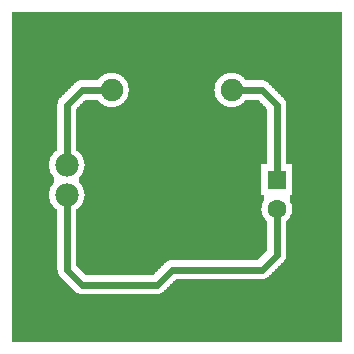
<source format=gbl>
G04 MADE WITH FRITZING*
G04 WWW.FRITZING.ORG*
G04 DOUBLE SIDED*
G04 HOLES PLATED*
G04 CONTOUR ON CENTER OF CONTOUR VECTOR*
%ASAXBY*%
%FSLAX23Y23*%
%MOIN*%
%OFA0B0*%
%SFA1.0B1.0*%
%ADD10C,0.075000*%
%ADD11C,0.062992*%
%ADD12C,0.078000*%
%ADD13R,0.062992X0.062992*%
%ADD14C,0.024000*%
%LNCOPPER0*%
G90*
G70*
G54D10*
X122Y1060D03*
G54D11*
X922Y582D03*
X922Y484D03*
G54D10*
X372Y881D03*
X772Y881D03*
G54D12*
X222Y631D03*
X222Y531D03*
G54D13*
X922Y582D03*
G54D14*
X223Y832D02*
X222Y661D01*
D02*
X273Y881D02*
X223Y832D01*
D02*
X344Y881D02*
X273Y881D01*
D02*
X223Y282D02*
X222Y501D01*
D02*
X273Y232D02*
X223Y282D01*
D02*
X523Y232D02*
X273Y232D01*
D02*
X572Y282D02*
X523Y232D01*
D02*
X922Y332D02*
X872Y282D01*
D02*
X872Y282D02*
X572Y282D01*
D02*
X922Y457D02*
X922Y332D01*
D02*
X872Y881D02*
X801Y881D01*
D02*
X922Y832D02*
X872Y881D01*
D02*
X922Y609D02*
X922Y832D01*
G36*
X40Y1141D02*
X40Y939D01*
X778Y939D01*
X778Y937D01*
X788Y937D01*
X788Y935D01*
X794Y935D01*
X794Y933D01*
X798Y933D01*
X798Y931D01*
X802Y931D01*
X802Y929D01*
X804Y929D01*
X804Y927D01*
X808Y927D01*
X808Y925D01*
X810Y925D01*
X810Y923D01*
X812Y923D01*
X812Y921D01*
X814Y921D01*
X814Y919D01*
X816Y919D01*
X816Y917D01*
X818Y917D01*
X818Y915D01*
X820Y915D01*
X820Y913D01*
X880Y913D01*
X880Y911D01*
X886Y911D01*
X886Y909D01*
X890Y909D01*
X890Y907D01*
X892Y907D01*
X892Y905D01*
X894Y905D01*
X894Y903D01*
X896Y903D01*
X896Y901D01*
X898Y901D01*
X898Y899D01*
X900Y899D01*
X900Y897D01*
X902Y897D01*
X902Y895D01*
X904Y895D01*
X904Y893D01*
X906Y893D01*
X906Y891D01*
X908Y891D01*
X908Y889D01*
X910Y889D01*
X910Y887D01*
X912Y887D01*
X912Y885D01*
X914Y885D01*
X914Y883D01*
X916Y883D01*
X916Y881D01*
X918Y881D01*
X918Y879D01*
X920Y879D01*
X920Y877D01*
X922Y877D01*
X922Y875D01*
X924Y875D01*
X924Y873D01*
X926Y873D01*
X926Y871D01*
X928Y871D01*
X928Y869D01*
X930Y869D01*
X930Y867D01*
X932Y867D01*
X932Y865D01*
X934Y865D01*
X934Y863D01*
X936Y863D01*
X936Y861D01*
X938Y861D01*
X938Y859D01*
X940Y859D01*
X940Y857D01*
X942Y857D01*
X942Y855D01*
X944Y855D01*
X944Y853D01*
X946Y853D01*
X946Y851D01*
X948Y851D01*
X948Y849D01*
X950Y849D01*
X950Y845D01*
X952Y845D01*
X952Y839D01*
X954Y839D01*
X954Y633D01*
X974Y633D01*
X974Y531D01*
X966Y531D01*
X966Y509D01*
X968Y509D01*
X968Y505D01*
X970Y505D01*
X970Y501D01*
X972Y501D01*
X972Y491D01*
X974Y491D01*
X974Y477D01*
X972Y477D01*
X972Y467D01*
X970Y467D01*
X970Y463D01*
X968Y463D01*
X968Y459D01*
X966Y459D01*
X966Y455D01*
X964Y455D01*
X964Y453D01*
X962Y453D01*
X962Y451D01*
X960Y451D01*
X960Y447D01*
X956Y447D01*
X956Y445D01*
X954Y445D01*
X954Y325D01*
X952Y325D01*
X952Y319D01*
X950Y319D01*
X950Y315D01*
X948Y315D01*
X948Y313D01*
X946Y313D01*
X946Y309D01*
X944Y309D01*
X944Y307D01*
X942Y307D01*
X942Y305D01*
X940Y305D01*
X940Y303D01*
X938Y303D01*
X938Y301D01*
X936Y301D01*
X936Y299D01*
X934Y299D01*
X934Y297D01*
X932Y297D01*
X932Y295D01*
X930Y295D01*
X930Y293D01*
X928Y293D01*
X928Y291D01*
X926Y291D01*
X926Y289D01*
X924Y289D01*
X924Y287D01*
X922Y287D01*
X922Y285D01*
X920Y285D01*
X920Y283D01*
X918Y283D01*
X918Y281D01*
X916Y281D01*
X916Y279D01*
X914Y279D01*
X914Y277D01*
X912Y277D01*
X912Y275D01*
X910Y275D01*
X910Y273D01*
X908Y273D01*
X908Y271D01*
X906Y271D01*
X906Y269D01*
X904Y269D01*
X904Y267D01*
X902Y267D01*
X902Y265D01*
X900Y265D01*
X900Y263D01*
X898Y263D01*
X898Y261D01*
X896Y261D01*
X896Y259D01*
X892Y259D01*
X892Y257D01*
X890Y257D01*
X890Y255D01*
X888Y255D01*
X888Y253D01*
X882Y253D01*
X882Y251D01*
X586Y251D01*
X586Y249D01*
X584Y249D01*
X584Y247D01*
X582Y247D01*
X582Y245D01*
X580Y245D01*
X580Y243D01*
X578Y243D01*
X578Y241D01*
X576Y241D01*
X576Y239D01*
X574Y239D01*
X574Y237D01*
X572Y237D01*
X572Y235D01*
X570Y235D01*
X570Y233D01*
X568Y233D01*
X568Y231D01*
X566Y231D01*
X566Y229D01*
X564Y229D01*
X564Y227D01*
X562Y227D01*
X562Y225D01*
X560Y225D01*
X560Y223D01*
X558Y223D01*
X558Y221D01*
X556Y221D01*
X556Y219D01*
X554Y219D01*
X554Y217D01*
X552Y217D01*
X552Y215D01*
X550Y215D01*
X550Y213D01*
X548Y213D01*
X548Y211D01*
X546Y211D01*
X546Y209D01*
X544Y209D01*
X544Y207D01*
X540Y207D01*
X540Y205D01*
X538Y205D01*
X538Y203D01*
X532Y203D01*
X532Y201D01*
X1140Y201D01*
X1140Y1141D01*
X40Y1141D01*
G37*
D02*
G36*
X40Y939D02*
X40Y201D01*
X262Y201D01*
X262Y203D01*
X258Y203D01*
X258Y205D01*
X254Y205D01*
X254Y207D01*
X252Y207D01*
X252Y209D01*
X250Y209D01*
X250Y211D01*
X248Y211D01*
X248Y213D01*
X246Y213D01*
X246Y215D01*
X244Y215D01*
X244Y217D01*
X242Y217D01*
X242Y219D01*
X240Y219D01*
X240Y221D01*
X238Y221D01*
X238Y223D01*
X236Y223D01*
X236Y225D01*
X234Y225D01*
X234Y227D01*
X232Y227D01*
X232Y229D01*
X230Y229D01*
X230Y231D01*
X228Y231D01*
X228Y233D01*
X226Y233D01*
X226Y235D01*
X224Y235D01*
X224Y237D01*
X222Y237D01*
X222Y239D01*
X220Y239D01*
X220Y241D01*
X218Y241D01*
X218Y243D01*
X216Y243D01*
X216Y245D01*
X214Y245D01*
X214Y247D01*
X212Y247D01*
X212Y249D01*
X210Y249D01*
X210Y251D01*
X208Y251D01*
X208Y253D01*
X206Y253D01*
X206Y255D01*
X204Y255D01*
X204Y257D01*
X202Y257D01*
X202Y259D01*
X200Y259D01*
X200Y261D01*
X198Y261D01*
X198Y263D01*
X196Y263D01*
X196Y267D01*
X194Y267D01*
X194Y271D01*
X192Y271D01*
X192Y281D01*
X190Y281D01*
X190Y483D01*
X188Y483D01*
X188Y485D01*
X184Y485D01*
X184Y487D01*
X182Y487D01*
X182Y489D01*
X180Y489D01*
X180Y491D01*
X178Y491D01*
X178Y493D01*
X176Y493D01*
X176Y497D01*
X174Y497D01*
X174Y499D01*
X172Y499D01*
X172Y501D01*
X170Y501D01*
X170Y505D01*
X168Y505D01*
X168Y511D01*
X166Y511D01*
X166Y517D01*
X164Y517D01*
X164Y545D01*
X166Y545D01*
X166Y551D01*
X168Y551D01*
X168Y557D01*
X170Y557D01*
X170Y561D01*
X172Y561D01*
X172Y563D01*
X174Y563D01*
X174Y565D01*
X176Y565D01*
X176Y569D01*
X178Y569D01*
X178Y571D01*
X180Y571D01*
X180Y591D01*
X178Y591D01*
X178Y593D01*
X176Y593D01*
X176Y597D01*
X174Y597D01*
X174Y599D01*
X172Y599D01*
X172Y601D01*
X170Y601D01*
X170Y605D01*
X168Y605D01*
X168Y611D01*
X166Y611D01*
X166Y617D01*
X164Y617D01*
X164Y645D01*
X166Y645D01*
X166Y651D01*
X168Y651D01*
X168Y657D01*
X170Y657D01*
X170Y661D01*
X172Y661D01*
X172Y663D01*
X174Y663D01*
X174Y665D01*
X176Y665D01*
X176Y669D01*
X178Y669D01*
X178Y671D01*
X180Y671D01*
X180Y673D01*
X182Y673D01*
X182Y675D01*
X184Y675D01*
X184Y677D01*
X188Y677D01*
X188Y679D01*
X190Y679D01*
X190Y833D01*
X192Y833D01*
X192Y843D01*
X194Y843D01*
X194Y847D01*
X196Y847D01*
X196Y851D01*
X198Y851D01*
X198Y853D01*
X200Y853D01*
X200Y855D01*
X202Y855D01*
X202Y857D01*
X204Y857D01*
X204Y859D01*
X206Y859D01*
X206Y861D01*
X208Y861D01*
X208Y863D01*
X210Y863D01*
X210Y865D01*
X212Y865D01*
X212Y867D01*
X214Y867D01*
X214Y869D01*
X216Y869D01*
X216Y871D01*
X218Y871D01*
X218Y873D01*
X220Y873D01*
X220Y875D01*
X222Y875D01*
X222Y877D01*
X224Y877D01*
X224Y879D01*
X226Y879D01*
X226Y881D01*
X228Y881D01*
X228Y883D01*
X230Y883D01*
X230Y885D01*
X232Y885D01*
X232Y887D01*
X234Y887D01*
X234Y889D01*
X236Y889D01*
X236Y891D01*
X238Y891D01*
X238Y893D01*
X240Y893D01*
X240Y895D01*
X242Y895D01*
X242Y897D01*
X244Y897D01*
X244Y899D01*
X246Y899D01*
X246Y901D01*
X248Y901D01*
X248Y903D01*
X250Y903D01*
X250Y905D01*
X252Y905D01*
X252Y907D01*
X256Y907D01*
X256Y909D01*
X258Y909D01*
X258Y911D01*
X264Y911D01*
X264Y913D01*
X326Y913D01*
X326Y915D01*
X328Y915D01*
X328Y919D01*
X330Y919D01*
X330Y921D01*
X332Y921D01*
X332Y923D01*
X334Y923D01*
X334Y925D01*
X336Y925D01*
X336Y927D01*
X340Y927D01*
X340Y929D01*
X342Y929D01*
X342Y931D01*
X346Y931D01*
X346Y933D01*
X350Y933D01*
X350Y935D01*
X356Y935D01*
X356Y937D01*
X366Y937D01*
X366Y939D01*
X40Y939D01*
G37*
D02*
G36*
X378Y939D02*
X378Y937D01*
X388Y937D01*
X388Y935D01*
X394Y935D01*
X394Y933D01*
X398Y933D01*
X398Y931D01*
X402Y931D01*
X402Y929D01*
X404Y929D01*
X404Y927D01*
X408Y927D01*
X408Y925D01*
X410Y925D01*
X410Y923D01*
X412Y923D01*
X412Y921D01*
X414Y921D01*
X414Y919D01*
X416Y919D01*
X416Y917D01*
X418Y917D01*
X418Y915D01*
X420Y915D01*
X420Y911D01*
X422Y911D01*
X422Y907D01*
X424Y907D01*
X424Y903D01*
X426Y903D01*
X426Y899D01*
X428Y899D01*
X428Y889D01*
X430Y889D01*
X430Y873D01*
X428Y873D01*
X428Y863D01*
X426Y863D01*
X426Y859D01*
X424Y859D01*
X424Y855D01*
X422Y855D01*
X422Y851D01*
X420Y851D01*
X420Y847D01*
X418Y847D01*
X418Y845D01*
X416Y845D01*
X416Y843D01*
X414Y843D01*
X414Y841D01*
X412Y841D01*
X412Y839D01*
X410Y839D01*
X410Y837D01*
X408Y837D01*
X408Y835D01*
X404Y835D01*
X404Y833D01*
X402Y833D01*
X402Y831D01*
X398Y831D01*
X398Y829D01*
X394Y829D01*
X394Y827D01*
X388Y827D01*
X388Y825D01*
X378Y825D01*
X378Y823D01*
X766Y823D01*
X766Y825D01*
X756Y825D01*
X756Y827D01*
X750Y827D01*
X750Y829D01*
X746Y829D01*
X746Y831D01*
X742Y831D01*
X742Y833D01*
X740Y833D01*
X740Y835D01*
X736Y835D01*
X736Y837D01*
X734Y837D01*
X734Y839D01*
X732Y839D01*
X732Y841D01*
X730Y841D01*
X730Y843D01*
X728Y843D01*
X728Y847D01*
X726Y847D01*
X726Y849D01*
X724Y849D01*
X724Y851D01*
X722Y851D01*
X722Y855D01*
X720Y855D01*
X720Y859D01*
X718Y859D01*
X718Y865D01*
X716Y865D01*
X716Y877D01*
X714Y877D01*
X714Y885D01*
X716Y885D01*
X716Y897D01*
X718Y897D01*
X718Y903D01*
X720Y903D01*
X720Y907D01*
X722Y907D01*
X722Y911D01*
X724Y911D01*
X724Y913D01*
X726Y913D01*
X726Y915D01*
X728Y915D01*
X728Y919D01*
X730Y919D01*
X730Y921D01*
X732Y921D01*
X732Y923D01*
X734Y923D01*
X734Y925D01*
X736Y925D01*
X736Y927D01*
X740Y927D01*
X740Y929D01*
X742Y929D01*
X742Y931D01*
X746Y931D01*
X746Y933D01*
X750Y933D01*
X750Y935D01*
X756Y935D01*
X756Y937D01*
X766Y937D01*
X766Y939D01*
X378Y939D01*
G37*
D02*
G36*
X284Y849D02*
X284Y847D01*
X282Y847D01*
X282Y845D01*
X280Y845D01*
X280Y843D01*
X278Y843D01*
X278Y841D01*
X276Y841D01*
X276Y839D01*
X274Y839D01*
X274Y837D01*
X272Y837D01*
X272Y835D01*
X270Y835D01*
X270Y833D01*
X268Y833D01*
X268Y831D01*
X266Y831D01*
X266Y829D01*
X264Y829D01*
X264Y827D01*
X262Y827D01*
X262Y825D01*
X260Y825D01*
X260Y823D01*
X366Y823D01*
X366Y825D01*
X356Y825D01*
X356Y827D01*
X350Y827D01*
X350Y829D01*
X346Y829D01*
X346Y831D01*
X342Y831D01*
X342Y833D01*
X340Y833D01*
X340Y835D01*
X336Y835D01*
X336Y837D01*
X334Y837D01*
X334Y839D01*
X332Y839D01*
X332Y841D01*
X330Y841D01*
X330Y843D01*
X328Y843D01*
X328Y847D01*
X326Y847D01*
X326Y849D01*
X284Y849D01*
G37*
D02*
G36*
X820Y849D02*
X820Y847D01*
X818Y847D01*
X818Y845D01*
X816Y845D01*
X816Y843D01*
X814Y843D01*
X814Y841D01*
X812Y841D01*
X812Y839D01*
X810Y839D01*
X810Y837D01*
X808Y837D01*
X808Y835D01*
X804Y835D01*
X804Y833D01*
X802Y833D01*
X802Y831D01*
X798Y831D01*
X798Y829D01*
X794Y829D01*
X794Y827D01*
X788Y827D01*
X788Y825D01*
X778Y825D01*
X778Y823D01*
X884Y823D01*
X884Y825D01*
X882Y825D01*
X882Y827D01*
X880Y827D01*
X880Y829D01*
X878Y829D01*
X878Y831D01*
X876Y831D01*
X876Y833D01*
X874Y833D01*
X874Y835D01*
X872Y835D01*
X872Y837D01*
X870Y837D01*
X870Y839D01*
X868Y839D01*
X868Y841D01*
X866Y841D01*
X866Y843D01*
X864Y843D01*
X864Y845D01*
X862Y845D01*
X862Y847D01*
X860Y847D01*
X860Y849D01*
X820Y849D01*
G37*
D02*
G36*
X258Y823D02*
X258Y821D01*
X886Y821D01*
X886Y823D01*
X258Y823D01*
G37*
D02*
G36*
X258Y823D02*
X258Y821D01*
X886Y821D01*
X886Y823D01*
X258Y823D01*
G37*
D02*
G36*
X258Y823D02*
X258Y821D01*
X886Y821D01*
X886Y823D01*
X258Y823D01*
G37*
D02*
G36*
X256Y821D02*
X256Y819D01*
X254Y819D01*
X254Y679D01*
X258Y679D01*
X258Y677D01*
X260Y677D01*
X260Y675D01*
X262Y675D01*
X262Y673D01*
X264Y673D01*
X264Y671D01*
X266Y671D01*
X266Y669D01*
X268Y669D01*
X268Y667D01*
X270Y667D01*
X270Y663D01*
X272Y663D01*
X272Y661D01*
X274Y661D01*
X274Y657D01*
X276Y657D01*
X276Y653D01*
X278Y653D01*
X278Y647D01*
X280Y647D01*
X280Y635D01*
X282Y635D01*
X282Y627D01*
X280Y627D01*
X280Y615D01*
X278Y615D01*
X278Y609D01*
X276Y609D01*
X276Y605D01*
X274Y605D01*
X274Y601D01*
X272Y601D01*
X272Y599D01*
X270Y599D01*
X270Y595D01*
X268Y595D01*
X268Y593D01*
X266Y593D01*
X266Y591D01*
X264Y591D01*
X264Y571D01*
X266Y571D01*
X266Y569D01*
X268Y569D01*
X268Y567D01*
X270Y567D01*
X270Y563D01*
X272Y563D01*
X272Y561D01*
X274Y561D01*
X274Y557D01*
X276Y557D01*
X276Y553D01*
X278Y553D01*
X278Y547D01*
X280Y547D01*
X280Y535D01*
X282Y535D01*
X282Y527D01*
X280Y527D01*
X280Y515D01*
X278Y515D01*
X278Y509D01*
X276Y509D01*
X276Y505D01*
X274Y505D01*
X274Y501D01*
X272Y501D01*
X272Y499D01*
X270Y499D01*
X270Y495D01*
X268Y495D01*
X268Y493D01*
X266Y493D01*
X266Y491D01*
X264Y491D01*
X264Y489D01*
X262Y489D01*
X262Y487D01*
X260Y487D01*
X260Y485D01*
X258Y485D01*
X258Y483D01*
X254Y483D01*
X254Y295D01*
X256Y295D01*
X256Y293D01*
X258Y293D01*
X258Y291D01*
X260Y291D01*
X260Y289D01*
X262Y289D01*
X262Y287D01*
X264Y287D01*
X264Y285D01*
X266Y285D01*
X266Y283D01*
X268Y283D01*
X268Y281D01*
X270Y281D01*
X270Y279D01*
X272Y279D01*
X272Y277D01*
X274Y277D01*
X274Y275D01*
X276Y275D01*
X276Y273D01*
X278Y273D01*
X278Y271D01*
X280Y271D01*
X280Y269D01*
X282Y269D01*
X282Y267D01*
X284Y267D01*
X284Y265D01*
X512Y265D01*
X512Y267D01*
X514Y267D01*
X514Y269D01*
X516Y269D01*
X516Y271D01*
X518Y271D01*
X518Y273D01*
X520Y273D01*
X520Y275D01*
X522Y275D01*
X522Y277D01*
X524Y277D01*
X524Y279D01*
X526Y279D01*
X526Y281D01*
X528Y281D01*
X528Y283D01*
X530Y283D01*
X530Y285D01*
X532Y285D01*
X532Y287D01*
X534Y287D01*
X534Y289D01*
X536Y289D01*
X536Y291D01*
X538Y291D01*
X538Y293D01*
X540Y293D01*
X540Y295D01*
X542Y295D01*
X542Y297D01*
X544Y297D01*
X544Y299D01*
X546Y299D01*
X546Y301D01*
X548Y301D01*
X548Y303D01*
X550Y303D01*
X550Y305D01*
X552Y305D01*
X552Y307D01*
X554Y307D01*
X554Y309D01*
X558Y309D01*
X558Y311D01*
X562Y311D01*
X562Y313D01*
X572Y313D01*
X572Y315D01*
X860Y315D01*
X860Y317D01*
X862Y317D01*
X862Y319D01*
X864Y319D01*
X864Y321D01*
X866Y321D01*
X866Y323D01*
X868Y323D01*
X868Y325D01*
X870Y325D01*
X870Y327D01*
X872Y327D01*
X872Y329D01*
X874Y329D01*
X874Y331D01*
X876Y331D01*
X876Y333D01*
X878Y333D01*
X878Y335D01*
X880Y335D01*
X880Y337D01*
X882Y337D01*
X882Y339D01*
X884Y339D01*
X884Y341D01*
X886Y341D01*
X886Y343D01*
X888Y343D01*
X888Y345D01*
X890Y345D01*
X890Y445D01*
X888Y445D01*
X888Y447D01*
X886Y447D01*
X886Y449D01*
X884Y449D01*
X884Y451D01*
X882Y451D01*
X882Y453D01*
X880Y453D01*
X880Y457D01*
X878Y457D01*
X878Y459D01*
X876Y459D01*
X876Y463D01*
X874Y463D01*
X874Y469D01*
X872Y469D01*
X872Y479D01*
X870Y479D01*
X870Y489D01*
X872Y489D01*
X872Y499D01*
X874Y499D01*
X874Y505D01*
X876Y505D01*
X876Y507D01*
X878Y507D01*
X878Y511D01*
X880Y511D01*
X880Y531D01*
X870Y531D01*
X870Y633D01*
X890Y633D01*
X890Y819D01*
X888Y819D01*
X888Y821D01*
X256Y821D01*
G37*
D02*
G36*
X40Y201D02*
X40Y199D01*
X1140Y199D01*
X1140Y201D01*
X40Y201D01*
G37*
D02*
G36*
X40Y201D02*
X40Y199D01*
X1140Y199D01*
X1140Y201D01*
X40Y201D01*
G37*
D02*
G36*
X40Y199D02*
X40Y41D01*
X1140Y41D01*
X1140Y199D01*
X40Y199D01*
G37*
D02*
G04 End of Copper0*
M02*
</source>
